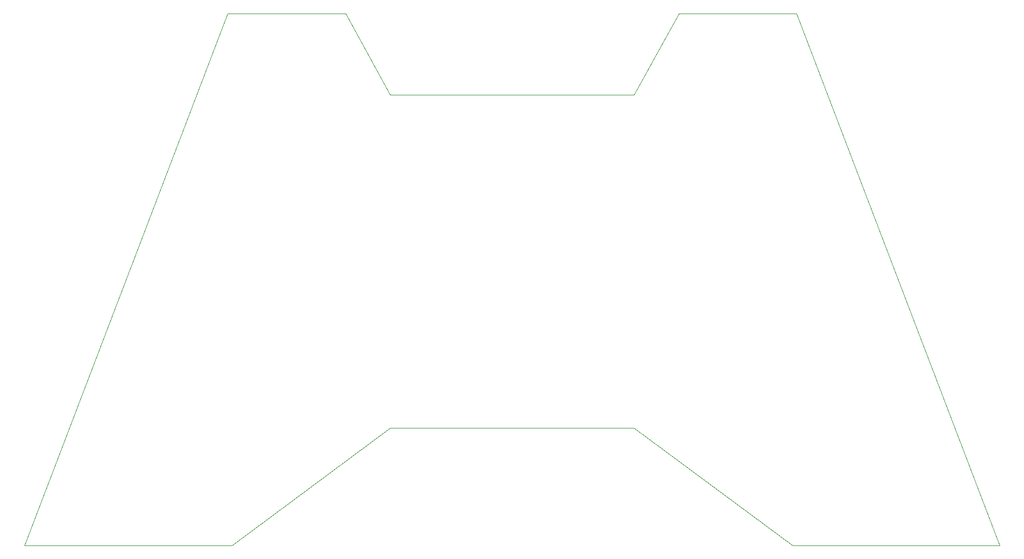
<source format=gbr>
%TF.GenerationSoftware,KiCad,Pcbnew,(5.1.6)-1*%
%TF.CreationDate,2021-01-04T11:57:39+05:30*%
%TF.ProjectId,JoyStick2,4a6f7953-7469-4636-9b32-2e6b69636164,rev?*%
%TF.SameCoordinates,Original*%
%TF.FileFunction,Profile,NP*%
%FSLAX46Y46*%
G04 Gerber Fmt 4.6, Leading zero omitted, Abs format (unit mm)*
G04 Created by KiCad (PCBNEW (5.1.6)-1) date 2021-01-04 11:57:39*
%MOMM*%
%LPD*%
G01*
G04 APERTURE LIST*
%TA.AperFunction,Profile*%
%ADD10C,0.050000*%
%TD*%
G04 APERTURE END LIST*
D10*
X152400000Y-53975000D02*
X159385000Y-41275000D01*
X114300000Y-53975000D02*
X152400000Y-53975000D01*
X107315000Y-41275000D02*
X114300000Y-53975000D01*
X57150000Y-124460000D02*
X88900000Y-41275000D01*
X89535000Y-124460000D02*
X57150000Y-124460000D01*
X114300000Y-106045000D02*
X89535000Y-124460000D01*
X152400000Y-106045000D02*
X114300000Y-106045000D01*
X177165000Y-124460000D02*
X152400000Y-106045000D01*
X209550000Y-124460000D02*
X177165000Y-124460000D01*
X177800000Y-41275000D02*
X209550000Y-124460000D01*
X159385000Y-41275000D02*
X177800000Y-41275000D01*
X88900000Y-41275000D02*
X107315000Y-41275000D01*
M02*

</source>
